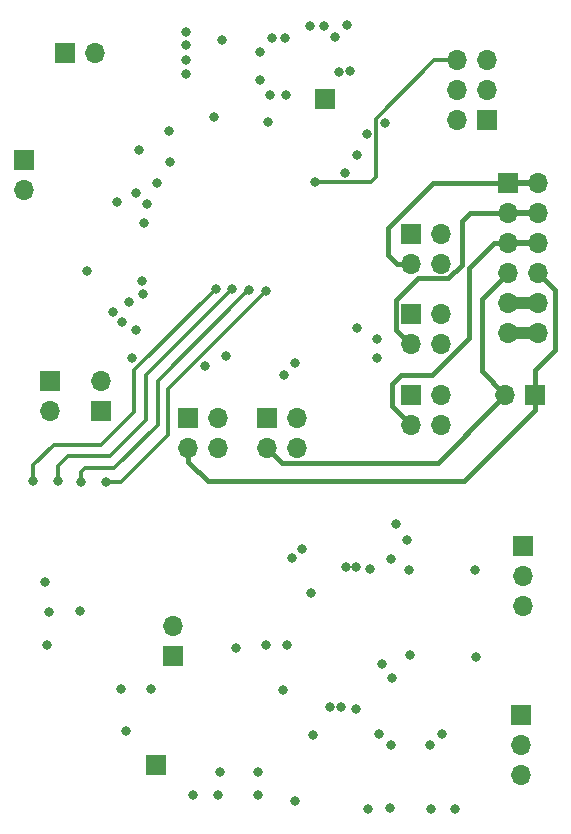
<source format=gbr>
%TF.GenerationSoftware,KiCad,Pcbnew,(5.1.5-0-10_14)*%
%TF.CreationDate,2021-01-02T15:40:46-05:00*%
%TF.ProjectId,E90,4539302e-6b69-4636-9164-5f7063625858,rev?*%
%TF.SameCoordinates,Original*%
%TF.FileFunction,Copper,L4,Bot*%
%TF.FilePolarity,Positive*%
%FSLAX46Y46*%
G04 Gerber Fmt 4.6, Leading zero omitted, Abs format (unit mm)*
G04 Created by KiCad (PCBNEW (5.1.5-0-10_14)) date 2021-01-02 15:40:46*
%MOMM*%
%LPD*%
G04 APERTURE LIST*
%TA.AperFunction,ComponentPad*%
%ADD10R,1.700000X1.700000*%
%TD*%
%TA.AperFunction,ComponentPad*%
%ADD11O,1.700000X1.700000*%
%TD*%
%TA.AperFunction,ViaPad*%
%ADD12C,0.800000*%
%TD*%
%TA.AperFunction,Conductor*%
%ADD13C,1.000000*%
%TD*%
%TA.AperFunction,Conductor*%
%ADD14C,0.300000*%
%TD*%
%TA.AperFunction,Conductor*%
%ADD15C,0.400000*%
%TD*%
%TA.AperFunction,Conductor*%
%ADD16C,0.500000*%
%TD*%
G04 APERTURE END LIST*
D10*
%TO.P,J11,1*%
%TO.N,Net-(J11-Pad1)*%
X65190000Y-114230000D03*
%TD*%
%TO.P,J1,1*%
%TO.N,VCC*%
X57500000Y-54000000D03*
D11*
%TO.P,J1,2*%
%TO.N,GND*%
X60040000Y-54000000D03*
%TD*%
D10*
%TO.P,J2,1*%
%TO.N,SWDIO*%
X93218000Y-59690000D03*
D11*
%TO.P,J2,2*%
%TO.N,SWCLK*%
X90678000Y-59690000D03*
%TO.P,J2,3*%
%TO.N,SWO*%
X93218000Y-57150000D03*
%TO.P,J2,4*%
%TO.N,+3V3*%
X90678000Y-57150000D03*
%TO.P,J2,5*%
%TO.N,GND*%
X93218000Y-54610000D03*
%TO.P,J2,6*%
%TO.N,NRST*%
X90678000Y-54610000D03*
%TD*%
%TO.P,J3,2*%
%TO.N,GND*%
X54000000Y-65540000D03*
D10*
%TO.P,J3,1*%
%TO.N,+3V3*%
X54000000Y-63000000D03*
%TD*%
%TO.P,J4,1*%
%TO.N,BOOT0*%
X79502000Y-57912000D03*
%TD*%
D11*
%TO.P,J6,3*%
%TO.N,GND*%
X96266000Y-100838000D03*
%TO.P,J6,2*%
%TO.N,Net-(C12-Pad2)*%
X96266000Y-98298000D03*
D10*
%TO.P,J6,1*%
%TO.N,Net-(C11-Pad2)*%
X96266000Y-95758000D03*
%TD*%
%TO.P,J7,1*%
%TO.N,I2S2_MCLK*%
X86820000Y-69260000D03*
D11*
%TO.P,J7,2*%
%TO.N,CS_MCLK*%
X89360000Y-69260000D03*
%TO.P,J7,3*%
%TO.N,PMOD_MCLK*%
X86820000Y-71800000D03*
%TO.P,J7,4*%
%TO.N,Net-(J7-Pad4)*%
X89360000Y-71800000D03*
%TD*%
D10*
%TO.P,J8,1*%
%TO.N,I2S2_WS*%
X86800000Y-76100000D03*
D11*
%TO.P,J8,2*%
%TO.N,CS_WS*%
X89340000Y-76100000D03*
%TO.P,J8,3*%
%TO.N,PMOD_WS*%
X86800000Y-78640000D03*
%TO.P,J8,4*%
%TO.N,Net-(J8-Pad4)*%
X89340000Y-78640000D03*
%TD*%
%TO.P,J9,4*%
%TO.N,Net-(J9-Pad4)*%
X89340000Y-85510000D03*
%TO.P,J9,3*%
%TO.N,PMOD_CLK*%
X86800000Y-85510000D03*
%TO.P,J9,2*%
%TO.N,CS_CLK*%
X89340000Y-82970000D03*
D10*
%TO.P,J9,1*%
%TO.N,I2S2_CLK*%
X86800000Y-82970000D03*
%TD*%
%TO.P,J10,1*%
%TO.N,STM32_I2S2_SDIN*%
X67950000Y-84840000D03*
D11*
%TO.P,J10,2*%
%TO.N,CS_SDOUT*%
X70490000Y-84840000D03*
%TO.P,J10,3*%
%TO.N,PMOD_SDOUT*%
X67950000Y-87380000D03*
%TO.P,J10,4*%
%TO.N,Net-(J10-Pad4)*%
X70490000Y-87380000D03*
%TD*%
D10*
%TO.P,J13,1*%
%TO.N,Net-(J13-Pad1)*%
X96138000Y-110046000D03*
D11*
%TO.P,J13,2*%
%TO.N,Net-(J13-Pad2)*%
X96138000Y-112586000D03*
%TO.P,J13,3*%
%TO.N,GND*%
X96138000Y-115126000D03*
%TD*%
D10*
%TO.P,J14,1*%
%TO.N,PMOD_MCLK*%
X95000000Y-65000000D03*
D11*
%TO.P,J14,2*%
X97540000Y-65000000D03*
%TO.P,J14,3*%
%TO.N,PMOD_WS*%
X95000000Y-67540000D03*
%TO.P,J14,4*%
X97540000Y-67540000D03*
%TO.P,J14,5*%
%TO.N,PMOD_CLK*%
X95000000Y-70080000D03*
%TO.P,J14,6*%
X97540000Y-70080000D03*
%TO.P,J14,7*%
%TO.N,PMOD_SDIN*%
X95000000Y-72620000D03*
%TO.P,J14,8*%
%TO.N,PMOD_SDOUT*%
X97540000Y-72620000D03*
%TO.P,J14,9*%
%TO.N,GND*%
X95000000Y-75160000D03*
%TO.P,J14,10*%
X97540000Y-75160000D03*
%TO.P,J14,11*%
%TO.N,+3V3*%
X95000000Y-77700000D03*
%TO.P,J14,12*%
X97540000Y-77700000D03*
%TD*%
D10*
%TO.P,J15,1*%
%TO.N,CS_SDOUT*%
X66650000Y-105020000D03*
D11*
%TO.P,J15,2*%
%TO.N,CS_SDIN*%
X66650000Y-102480000D03*
%TD*%
%TO.P,J17,2*%
%TO.N,STM32_I2S2_SDIN*%
X56225000Y-84290000D03*
D10*
%TO.P,J17,1*%
%TO.N,Net-(J17-Pad1)*%
X56225000Y-81750000D03*
%TD*%
%TO.P,J18,1*%
%TO.N,PMOD_SDOUT*%
X97330000Y-82940000D03*
D11*
%TO.P,J18,2*%
%TO.N,PMOD_SDIN*%
X94790000Y-82940000D03*
%TD*%
D10*
%TO.P,J19,1*%
%TO.N,STM_I2S2_SDOUT*%
X60575000Y-84300000D03*
D11*
%TO.P,J19,2*%
%TO.N,Net-(J19-Pad2)*%
X60575000Y-81760000D03*
%TD*%
D10*
%TO.P,J12,1*%
%TO.N,STM_I2S2_SDOUT*%
X74610000Y-84870000D03*
D11*
%TO.P,J12,2*%
%TO.N,CS_SDIN*%
X77150000Y-84870000D03*
%TO.P,J12,3*%
%TO.N,PMOD_SDIN*%
X74610000Y-87410000D03*
%TO.P,J12,4*%
%TO.N,Net-(J12-Pad4)*%
X77150000Y-87410000D03*
%TD*%
D12*
%TO.N,GND*%
X84120000Y-111660000D03*
X92200000Y-97740000D03*
X86590000Y-97770000D03*
X85070000Y-96850000D03*
X78210000Y-51660000D03*
X85560000Y-93880000D03*
X66290000Y-60580000D03*
X67750000Y-52200000D03*
X55768000Y-98772000D03*
X74680000Y-59860000D03*
X70100000Y-59390000D03*
X58760000Y-101230000D03*
X55944000Y-104080000D03*
X56120000Y-101270000D03*
X67710000Y-53260000D03*
X70780000Y-52870000D03*
X63790000Y-62220000D03*
X63510000Y-77400000D03*
X63160000Y-79810000D03*
X86460000Y-95250000D03*
X75990000Y-107910000D03*
X76980000Y-117340000D03*
X73850000Y-116830000D03*
X70470000Y-116810000D03*
X68320000Y-116760000D03*
X61870000Y-66550000D03*
X59370000Y-72470000D03*
X79430000Y-51660000D03*
X81380000Y-51590000D03*
X83080000Y-60810000D03*
X84560000Y-59890000D03*
X92310000Y-105130000D03*
X86670000Y-104970000D03*
X85230000Y-106880000D03*
X84300000Y-105720000D03*
X76270000Y-104120000D03*
X74530000Y-104070000D03*
X71950000Y-104380000D03*
X62640000Y-111360000D03*
X73880000Y-114890000D03*
X70590000Y-114840000D03*
X81170000Y-64110000D03*
X89390000Y-111600000D03*
X88400000Y-112570000D03*
X85090000Y-112540000D03*
X62910000Y-75060000D03*
X83920000Y-78190000D03*
X83900000Y-79760000D03*
X77550000Y-95980000D03*
X76730000Y-96710000D03*
X78490000Y-111700000D03*
X69340000Y-80460000D03*
X76960000Y-80250000D03*
X76030000Y-81200000D03*
X78310000Y-99720000D03*
X62280000Y-107840000D03*
X64420000Y-66730000D03*
X63550000Y-65820000D03*
X64080000Y-74370000D03*
X85020000Y-117940000D03*
X83120000Y-118020000D03*
X88510000Y-118000000D03*
X90490000Y-117970000D03*
X80320000Y-52630000D03*
%TO.N,+3V3*%
X65290000Y-65020000D03*
X64060000Y-73310000D03*
X64220000Y-68360000D03*
X76150000Y-52720000D03*
X61580000Y-75880000D03*
X74990000Y-52740000D03*
X74050000Y-53880000D03*
X74040000Y-56280000D03*
X74850000Y-57520000D03*
X76190000Y-57520000D03*
X67740000Y-54550000D03*
X67720000Y-55730000D03*
X62340000Y-76740000D03*
X64790000Y-107810000D03*
X79970000Y-109360000D03*
X80850000Y-109370000D03*
X82100000Y-109520000D03*
X81280000Y-97500000D03*
X82180000Y-97530000D03*
X83350000Y-97640000D03*
X80730000Y-55570000D03*
X82260000Y-62610000D03*
X66360000Y-63170000D03*
X82220000Y-77240000D03*
X71100000Y-79660000D03*
X81670000Y-55520000D03*
%TO.N,NRST*%
X78660000Y-64870000D03*
%TO.N,Net-(R15-Pad1)*%
X74510000Y-74130000D03*
X61000000Y-90290000D03*
%TO.N,Net-(R16-Pad1)*%
X73070000Y-74010000D03*
X58890000Y-90270000D03*
%TO.N,Net-(R17-Pad2)*%
X71660000Y-73960000D03*
X56870000Y-90240000D03*
%TO.N,Net-(R18-Pad1)*%
X70270000Y-73950000D03*
X54790000Y-90210000D03*
%TD*%
D13*
%TO.N,GND*%
X95000000Y-75160000D02*
X97540000Y-75160000D01*
%TO.N,+3V3*%
X95000000Y-77700000D02*
X97540000Y-77700000D01*
D14*
%TO.N,NRST*%
X78660000Y-64870000D02*
X83420000Y-64870000D01*
X88729998Y-54610000D02*
X89475919Y-54610000D01*
X83809999Y-60208001D02*
X83809999Y-59529999D01*
X83830001Y-60228003D02*
X83809999Y-60208001D01*
X83830001Y-64459999D02*
X83830001Y-60228003D01*
X89475919Y-54610000D02*
X90678000Y-54610000D01*
X83809999Y-59529999D02*
X88729998Y-54610000D01*
X83420000Y-64870000D02*
X83830001Y-64459999D01*
D15*
%TO.N,PMOD_MCLK*%
X85617919Y-71800000D02*
X84870000Y-71052081D01*
X86820000Y-71800000D02*
X85617919Y-71800000D01*
X88659998Y-65000000D02*
X93750000Y-65000000D01*
X93750000Y-65000000D02*
X95000000Y-65000000D01*
X84870000Y-68789998D02*
X88659998Y-65000000D01*
X84870000Y-71052081D02*
X84870000Y-68789998D01*
D16*
X95000000Y-65000000D02*
X97540000Y-65000000D01*
D15*
%TO.N,PMOD_WS*%
X89960001Y-73050001D02*
X91090000Y-71920002D01*
X87429997Y-73050001D02*
X89960001Y-73050001D01*
X85549999Y-77389999D02*
X85549999Y-74929999D01*
X85549999Y-74929999D02*
X87429997Y-73050001D01*
X86800000Y-78640000D02*
X85549999Y-77389999D01*
X91090000Y-71920002D02*
X91090000Y-68210000D01*
X91760000Y-67540000D02*
X95000000Y-67540000D01*
X91090000Y-68210000D02*
X91760000Y-67540000D01*
D16*
X95000000Y-67540000D02*
X97540000Y-67540000D01*
D15*
%TO.N,PMOD_CLK*%
X93797919Y-70080000D02*
X91740000Y-72137919D01*
X95000000Y-70080000D02*
X93797919Y-70080000D01*
X91740000Y-78090002D02*
X88580002Y-81250000D01*
X91740000Y-72137919D02*
X91740000Y-78090002D01*
X88580002Y-81250000D02*
X85970000Y-81250000D01*
X85970000Y-81250000D02*
X85180000Y-82040000D01*
X85180000Y-83890000D02*
X86800000Y-85510000D01*
X85180000Y-82040000D02*
X85180000Y-83890000D01*
D16*
X95000000Y-70080000D02*
X97540000Y-70080000D01*
D15*
%TO.N,PMOD_SDOUT*%
X97330000Y-82940000D02*
X97330000Y-80800000D01*
X97330000Y-80800000D02*
X98970000Y-79160000D01*
X98970000Y-74050000D02*
X97540000Y-72620000D01*
X98970000Y-79160000D02*
X98970000Y-74050000D01*
X67950000Y-88582081D02*
X69567919Y-90200000D01*
X67950000Y-87380000D02*
X67950000Y-88582081D01*
X97330000Y-84190000D02*
X97330000Y-82940000D01*
X91320000Y-90200000D02*
X97330000Y-84190000D01*
X69567919Y-90200000D02*
X91320000Y-90200000D01*
%TO.N,PMOD_SDIN*%
X95000000Y-72620000D02*
X92780000Y-74840000D01*
X92780000Y-80930000D02*
X94790000Y-82940000D01*
X92780000Y-74840000D02*
X92780000Y-80930000D01*
X89069999Y-88660001D02*
X93940001Y-83789999D01*
X75860001Y-88660001D02*
X89069999Y-88660001D01*
X93940001Y-83789999D02*
X94790000Y-82940000D01*
X74610000Y-87410000D02*
X75860001Y-88660001D01*
D14*
%TO.N,Net-(R15-Pad1)*%
X74510000Y-74130000D02*
X66200000Y-82440000D01*
X66200000Y-82440000D02*
X66200000Y-86310000D01*
X62250000Y-90260000D02*
X62230000Y-90260000D01*
X66200000Y-86310000D02*
X62250000Y-90260000D01*
X61030000Y-90260000D02*
X61000000Y-90290000D01*
X62250000Y-90260000D02*
X61030000Y-90260000D01*
%TO.N,Net-(R16-Pad1)*%
X72670001Y-74409999D02*
X72640001Y-74409999D01*
X73070000Y-74010000D02*
X72670001Y-74409999D01*
X72640001Y-74409999D02*
X65340000Y-81710000D01*
X65340000Y-81710000D02*
X65340000Y-85490000D01*
X61690000Y-89140000D02*
X60740000Y-89140000D01*
X65340000Y-85490000D02*
X61690000Y-89140000D01*
X60740000Y-89140000D02*
X59180000Y-89140000D01*
X58890000Y-89430000D02*
X58890000Y-90270000D01*
X59180000Y-89140000D02*
X58890000Y-89430000D01*
%TO.N,Net-(R17-Pad2)*%
X71660000Y-73960000D02*
X64340000Y-81280000D01*
X64340000Y-81280000D02*
X64340000Y-85010000D01*
X61280000Y-88070000D02*
X59420000Y-88070000D01*
X64340000Y-85010000D02*
X61280000Y-88070000D01*
X59420000Y-88070000D02*
X57780000Y-88070000D01*
X56870000Y-88980000D02*
X56870000Y-90240000D01*
X57780000Y-88070000D02*
X56870000Y-88980000D01*
%TO.N,Net-(R18-Pad1)*%
X70270000Y-73950000D02*
X63370000Y-80850000D01*
X63370000Y-80850000D02*
X63370000Y-84340000D01*
X60580000Y-87130000D02*
X57710000Y-87130000D01*
X63370000Y-84340000D02*
X60580000Y-87130000D01*
X57710000Y-87130000D02*
X56530000Y-87130000D01*
X54790000Y-88870000D02*
X54790000Y-90210000D01*
X56530000Y-87130000D02*
X54790000Y-88870000D01*
%TD*%
M02*

</source>
